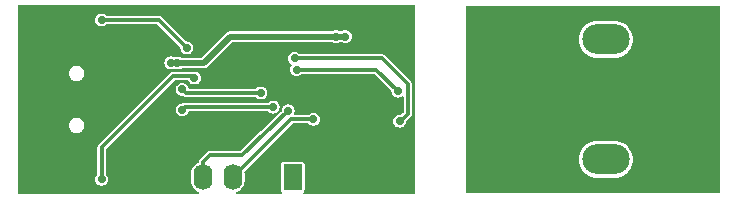
<source format=gbr>
G04 --- HEADER BEGIN --- *
G04 #@! TF.GenerationSoftware,LibrePCB,LibrePCB,0.2.0-unstable*
G04 #@! TF.CreationDate,2023-07-28T15:27:41*
G04 #@! TF.ProjectId,can2usb,565da67e-d1db-4e60-9fc1-0ba8a5c8bd0e,v1*
G04 #@! TF.Part,Single*
G04 #@! TF.SameCoordinates*
G04 #@! TF.FileFunction,Copper,L2,Bot*
G04 #@! TF.FilePolarity,Positive*
%FSLAX66Y66*%
%MOMM*%
G01*
G75*
G04 --- HEADER END --- *
G04 --- APERTURE LIST BEGIN --- *
G04 #@! TA.AperFunction,ComponentPad*
%ADD10O,1.587X2.19*%
%ADD11R,1.587X2.19*%
%ADD12O,4.0X2.54*%
G04 #@! TA.AperFunction,ViaPad*
%ADD13C,0.7*%
G04 #@! TA.AperFunction,Conductor*
%ADD14C,0.3*%
%ADD15C,0.5*%
%ADD16C,0.01*%
G04 #@! TD*
G04 --- APERTURE LIST END --- *
G04 --- BOARD BEGIN --- *
D10*
G04 #@! TO.N,GND*
G04 #@! TO.C,J3*
G04 #@! TO.P,J3,2,2*
X20955000Y1625500D03*
D11*
G04 #@! TO.N,3V3*
G04 #@! TO.P,J3,1,1*
X23495000Y1625500D03*
D10*
G04 #@! TO.N,SWDIO*
G04 #@! TO.P,J3,4,4*
X15875000Y1625500D03*
G04 #@! TO.N,SWCLK*
G04 #@! TO.P,J3,3,3*
X18415000Y1625500D03*
D12*
G04 #@! TO.N,CANL*
G04 #@! TO.C,J2*
G04 #@! TO.P,J2,1,1*
X50000000Y3140000D03*
G04 #@! TO.N,GND_BUS*
G04 #@! TO.P,J2,2,2*
X50000000Y8220000D03*
G04 #@! TO.N,CANH*
G04 #@! TO.P,J2,3,3*
X50000000Y13300000D03*
D13*
G04 #@! TD.C*
G04 #@! TD.P*
G04 #@! TO.N,GND*
X24009000Y9699000D03*
X18732500Y12261250D03*
X2063750Y6228750D03*
X22860000Y15594500D03*
X16986250Y14166250D03*
X32873500Y3990000D03*
X18732500Y9880000D03*
G04 #@! TO.N,GND_BUS*
X46274500Y9417500D03*
G04 #@! TO.N,SWDIO*
X23098000Y7260500D03*
D14*
X15875000Y2895000D02*
X16510500Y3530500D01*
X19209250Y3530500D02*
X23098000Y7260500D01*
X16510500Y3530500D02*
X19209250Y3530500D01*
X15875000Y1625500D02*
X15875000Y2895000D01*
D13*
G04 #@! TO.N,GND*
X8414000Y15753500D03*
G04 #@! TO.N,GND_BUS*
X53340000Y15595000D03*
G04 #@! TO.N,GND*
X32868750Y12908500D03*
G04 #@! TO.N,GND_BUS*
X46678000Y975500D03*
X43262500Y3840500D03*
X53340000Y672500D03*
G04 #@! TO.N,GND*
X33025500Y671000D03*
X22382750Y8531000D03*
G04 #@! TO.N,GND_BUS*
X38737000Y6856500D03*
G04 #@! TO.N,CAN_TX*
X32545500Y6383500D03*
X23653250Y11705250D03*
D14*
X32618500Y6383500D02*
X32545500Y6383500D01*
X33231000Y9514000D02*
X33231000Y6996000D01*
X31039750Y11705250D02*
X33231000Y9514000D01*
X33231000Y6996000D02*
X32618500Y6383500D01*
X23653250Y11705250D02*
X31039750Y11705250D01*
D13*
G04 #@! TO.N,GND*
X20670000Y12084000D03*
G04 #@! TO.N,GND_BUS*
X38889000Y15688500D03*
G04 #@! TO.N,LED_RX*
X7302500Y1466500D03*
X15160750Y10038750D03*
D14*
X15002250Y10197250D02*
X13334750Y10197250D01*
X13334750Y10197250D02*
X7302500Y4165000D01*
X15002250Y10197250D02*
X15160750Y10038750D01*
X7302500Y1466500D02*
X7302500Y4165000D01*
D13*
G04 #@! TO.N,GND*
X25872250Y832000D03*
G04 #@! TO.N,D-*
X14128750Y9085500D03*
X20796250Y8768750D03*
D14*
X20796250Y8768750D02*
X14445500Y8768750D01*
X14445500Y8768750D02*
X14128750Y9085500D01*
D13*
G04 #@! TO.N,LED_TX*
X7302500Y14959750D03*
X14526250Y12579250D03*
D14*
X12145750Y14959750D02*
X14526250Y12579250D01*
X7302500Y14959750D02*
X12145750Y14959750D01*
D13*
G04 #@! TO.N,GND_BUS*
X42310000Y15596000D03*
X38737000Y3839000D03*
G04 #@! TO.N,GND*
X13175000Y6228250D03*
G04 #@! TO.N,GND_BUS*
X44843500Y14163500D03*
G04 #@! TO.N,GND*
X18258500Y4322250D03*
G04 #@! TO.N,GND_BUS*
X43179000Y2406000D03*
G04 #@! TO.N,GND*
X21113750Y10276750D03*
X32863250Y15753500D03*
X29370250Y15597500D03*
X28416250Y7177750D03*
G04 #@! TO.N,GND_BUS*
X45173500Y9395000D03*
G04 #@! TO.N,GND*
X19843750Y6863250D03*
G04 #@! TO.N,GND_BUS*
X59055000Y990000D03*
G04 #@! TO.N,GND*
X24761750Y5418500D03*
G04 #@! TO.N,D+*
X14128750Y7339500D03*
X21827750Y7577500D03*
D14*
X14366750Y7577500D02*
X14128750Y7339500D01*
X21827750Y7577500D02*
X14366750Y7577500D01*
D13*
G04 #@! TO.N,GND_BUS*
X59055000Y15595000D03*
G04 #@! TO.N,GND*
X5080000Y13213750D03*
G04 #@! TO.N,SWCLK*
X25241250Y6546500D03*
D14*
X23336000Y6546500D02*
X18415000Y1625500D01*
X25241250Y6546500D02*
X23336000Y6546500D01*
D13*
G04 #@! TO.N,GND*
X7457250Y5593500D03*
X22542000Y11308250D03*
G04 #@! TO.N,5V*
X27147750Y13544500D03*
X13176000Y11309000D03*
X27941500Y13544500D03*
X13731250Y11309000D03*
D15*
X15945000Y11309000D02*
X18180500Y13544500D01*
X27147750Y13544500D02*
X27941500Y13544500D01*
X18180500Y13544500D02*
X27147750Y13544500D01*
X13731250Y11309000D02*
X13176000Y11309000D01*
X13731250Y11309000D02*
X15945000Y11309000D01*
D13*
G04 #@! TO.N,GND_BUS*
X47395500Y7020500D03*
G04 #@! TO.N,GND*
X2063750Y10038750D03*
X12064250Y2421750D03*
X5080000Y3212500D03*
G04 #@! TO.N,GND_BUS*
X38737000Y822000D03*
X38737000Y9874500D03*
G04 #@! TO.N,CAN_RX*
X32390250Y8925500D03*
X23812250Y10752750D03*
D14*
X32390250Y8925500D02*
X30563000Y10752750D01*
X23812250Y10752750D02*
X30563000Y10752750D01*
D16*
G04 #@! TA.AperFunction,Conductor*
G04 #@! TO.N,GND*
G36*
X200000Y299999D02*
X219500Y240672D01*
X299999Y200000D01*
X5127703Y200000D01*
X5127703Y5374739D01*
X5115774Y5376188D01*
X4975385Y5410790D01*
X4964149Y5415051D01*
X4836113Y5482249D01*
X4826230Y5489072D01*
X4717994Y5584960D01*
X4710034Y5593945D01*
X4627888Y5712955D01*
X4622310Y5723583D01*
X4571031Y5858793D01*
X4568159Y5870446D01*
X4550729Y6013996D01*
X4550729Y6026004D01*
X4568159Y6169554D01*
X4571031Y6181207D01*
X4622310Y6316417D01*
X4627888Y6327045D01*
X4710034Y6446055D01*
X4717994Y6455040D01*
X4826230Y6550928D01*
X4836113Y6557751D01*
X4964149Y6624949D01*
X4975385Y6629210D01*
X5115774Y6663812D01*
X5127703Y6665261D01*
X5127703Y9774739D01*
X5115774Y9776188D01*
X4975385Y9810790D01*
X4964149Y9815051D01*
X4836113Y9882249D01*
X4826230Y9889072D01*
X4717994Y9984960D01*
X4710034Y9993945D01*
X4627888Y10112955D01*
X4622310Y10123583D01*
X4571031Y10258793D01*
X4568159Y10270446D01*
X4550729Y10413996D01*
X4550729Y10426004D01*
X4568159Y10569554D01*
X4571031Y10581207D01*
X4622310Y10716417D01*
X4627888Y10727045D01*
X4710034Y10846055D01*
X4717994Y10855040D01*
X4826230Y10950928D01*
X4836113Y10957751D01*
X4964149Y11024949D01*
X4975385Y11029210D01*
X5115774Y11063812D01*
X5127703Y11065261D01*
X5272297Y11065261D01*
X5284226Y11063812D01*
X5424615Y11029210D01*
X5435851Y11024949D01*
X5563887Y10957751D01*
X5573770Y10950928D01*
X5682006Y10855040D01*
X5689966Y10846055D01*
X5772112Y10727045D01*
X5777690Y10716417D01*
X5828969Y10581207D01*
X5831841Y10569554D01*
X5849271Y10426004D01*
X5849271Y10413996D01*
X5831841Y10270446D01*
X5828969Y10258793D01*
X5777690Y10123583D01*
X5772112Y10112955D01*
X5689966Y9993945D01*
X5682006Y9984960D01*
X5573770Y9889072D01*
X5563887Y9882249D01*
X5435851Y9815051D01*
X5424615Y9810790D01*
X5284226Y9776188D01*
X5272297Y9774739D01*
X5127703Y9774739D01*
X5127703Y6665261D01*
X5272297Y6665261D01*
X5284226Y6663812D01*
X5424615Y6629210D01*
X5435851Y6624949D01*
X5563887Y6557751D01*
X5573770Y6550928D01*
X5682006Y6455040D01*
X5689966Y6446055D01*
X5772112Y6327045D01*
X5777690Y6316417D01*
X5828969Y6181207D01*
X5831841Y6169554D01*
X5849271Y6026004D01*
X5849271Y6013996D01*
X5831841Y5870446D01*
X5828969Y5858793D01*
X5777690Y5723583D01*
X5772112Y5712955D01*
X5689966Y5593945D01*
X5682006Y5584960D01*
X5573770Y5489072D01*
X5563887Y5482249D01*
X5435851Y5415051D01*
X5424615Y5410790D01*
X5284226Y5376188D01*
X5272297Y5374739D01*
X5127703Y5374739D01*
X5127703Y200000D01*
X7295998Y200000D01*
X7295998Y917356D01*
X7166650Y934385D01*
X7154094Y937749D01*
X7033555Y987678D01*
X7022300Y994176D01*
X6918791Y1073601D01*
X6909601Y1082791D01*
X6830176Y1186300D01*
X6823678Y1197555D01*
X6773749Y1318094D01*
X6770385Y1330650D01*
X6753356Y1459998D01*
X6753356Y1473002D01*
X6770385Y1602350D01*
X6773749Y1614906D01*
X6823678Y1735445D01*
X6830176Y1746700D01*
X6909601Y1850209D01*
X6923211Y1863819D01*
X6952500Y1934529D01*
X6952500Y4161069D01*
X6953115Y4168882D01*
X6955580Y4184447D01*
X6956811Y4200090D01*
X6956811Y4211882D01*
X6959243Y4227239D01*
X6962887Y4238454D01*
X6966550Y4253710D01*
X6968399Y4265383D01*
X6973203Y4280169D01*
X6978569Y4290700D01*
X6984574Y4305197D01*
X6988219Y4316416D01*
X6995272Y4330258D01*
X7002208Y4339805D01*
X7010406Y4353184D01*
X7015771Y4363713D01*
X7024908Y4376289D01*
X7033257Y4384638D01*
X7043449Y4396571D01*
X7052706Y4409313D01*
X7057790Y4415265D01*
X13084485Y10441960D01*
X13090438Y10447045D01*
X13103180Y10456302D01*
X13115112Y10466493D01*
X13123458Y10474839D01*
X13136036Y10483977D01*
X13146557Y10489338D01*
X13159936Y10497537D01*
X13169488Y10504477D01*
X13169498Y10504482D01*
X13169498Y10759856D01*
X13040150Y10776885D01*
X13027594Y10780249D01*
X12907055Y10830178D01*
X12895800Y10836676D01*
X12792291Y10916101D01*
X12783101Y10925291D01*
X12703676Y11028800D01*
X12697178Y11040055D01*
X12647249Y11160594D01*
X12643885Y11173150D01*
X12626856Y11302498D01*
X12626856Y11315502D01*
X12643885Y11444850D01*
X12647249Y11457406D01*
X12697178Y11577945D01*
X12703676Y11589200D01*
X12783101Y11692709D01*
X12792291Y11701899D01*
X12895800Y11781324D01*
X12907055Y11787822D01*
X13027594Y11837751D01*
X13040150Y11841115D01*
X13169498Y11858144D01*
X13182502Y11858144D01*
X13311850Y11841115D01*
X13324409Y11837750D01*
X13415358Y11800078D01*
X13491892Y11800078D01*
X13582841Y11837750D01*
X13595400Y11841115D01*
X13724748Y11858144D01*
X13737752Y11858144D01*
X13867100Y11841115D01*
X13879656Y11837751D01*
X14000197Y11787821D01*
X14011448Y11781325D01*
X14013613Y11779664D01*
X14015342Y11779077D01*
X14017126Y11778047D01*
X14017331Y11778402D01*
X14074488Y11759000D01*
X14519748Y11759000D01*
X14519748Y12030106D01*
X14390400Y12047135D01*
X14377844Y12050499D01*
X14257305Y12100428D01*
X14246050Y12106926D01*
X14142541Y12186351D01*
X14133351Y12195541D01*
X14053926Y12299050D01*
X14047428Y12310305D01*
X13997499Y12430844D01*
X13994135Y12443400D01*
X13977106Y12572750D01*
X13977105Y12592003D01*
X13947816Y12662709D01*
X12030064Y14580461D01*
X11959354Y14609750D01*
X7770529Y14609750D01*
X7699819Y14580461D01*
X7686209Y14566851D01*
X7582700Y14487426D01*
X7571445Y14480928D01*
X7450906Y14430999D01*
X7438350Y14427635D01*
X7309002Y14410606D01*
X7295998Y14410606D01*
X7166650Y14427635D01*
X7154094Y14430999D01*
X7033555Y14480928D01*
X7022300Y14487426D01*
X6918791Y14566851D01*
X6909601Y14576041D01*
X6830176Y14679550D01*
X6823678Y14690805D01*
X6773749Y14811344D01*
X6770385Y14823900D01*
X6753356Y14953248D01*
X6753356Y14966252D01*
X6770385Y15095600D01*
X6773749Y15108156D01*
X6823678Y15228695D01*
X6830176Y15239950D01*
X6909601Y15343459D01*
X6918791Y15352649D01*
X7022300Y15432074D01*
X7033555Y15438572D01*
X7154094Y15488501D01*
X7166650Y15491865D01*
X7295998Y15508894D01*
X7309002Y15508894D01*
X7438350Y15491865D01*
X7450906Y15488501D01*
X7571445Y15438572D01*
X7582700Y15432074D01*
X7686209Y15352649D01*
X7699819Y15339039D01*
X7770529Y15309750D01*
X12141819Y15309750D01*
X12149632Y15309135D01*
X12165178Y15306673D01*
X12180821Y15305442D01*
X12192634Y15305442D01*
X12207987Y15303011D01*
X12219221Y15299360D01*
X12234484Y15295696D01*
X12246132Y15293851D01*
X12260913Y15289049D01*
X12271425Y15283692D01*
X12285927Y15277686D01*
X12297162Y15274036D01*
X12311014Y15266978D01*
X12320574Y15260032D01*
X12333953Y15251833D01*
X12344464Y15246478D01*
X12357042Y15237339D01*
X12365388Y15228993D01*
X12377319Y15218803D01*
X12390059Y15209547D01*
X12396016Y15204459D01*
X14442791Y13157684D01*
X14513497Y13128395D01*
X14532750Y13128394D01*
X14662100Y13111365D01*
X14674656Y13108001D01*
X14795195Y13058072D01*
X14806450Y13051574D01*
X14909959Y12972149D01*
X14919149Y12962959D01*
X14998574Y12859450D01*
X15005072Y12848195D01*
X15055001Y12727656D01*
X15058365Y12715100D01*
X15075394Y12585752D01*
X15075394Y12572748D01*
X15058365Y12443400D01*
X15055001Y12430844D01*
X15005072Y12310305D01*
X14998574Y12299050D01*
X14919149Y12195541D01*
X14909959Y12186351D01*
X14806450Y12106926D01*
X14795195Y12100428D01*
X14674656Y12050499D01*
X14662100Y12047135D01*
X14532752Y12030106D01*
X14519748Y12030106D01*
X14519748Y11759000D01*
X15717183Y11759000D01*
X15787893Y11788289D01*
X17859772Y13860168D01*
X17865167Y13864843D01*
X17897981Y13889406D01*
X17903542Y13893887D01*
X17931806Y13918379D01*
X17948134Y13928872D01*
X17954494Y13932647D01*
X17971540Y13941955D01*
X18006592Y13955029D01*
X18013186Y13957760D01*
X18047216Y13973301D01*
X18065845Y13978770D01*
X18072991Y13980594D01*
X18091986Y13984727D01*
X18129286Y13987394D01*
X18136385Y13988157D01*
X18176966Y13993992D01*
X18184070Y13994500D01*
X26804512Y13994500D01*
X26861669Y14013902D01*
X26861874Y14013547D01*
X26863658Y14014577D01*
X26865387Y14015164D01*
X26867552Y14016825D01*
X26878803Y14023321D01*
X26999344Y14073251D01*
X27011900Y14076615D01*
X27141248Y14093644D01*
X27154252Y14093644D01*
X27283600Y14076615D01*
X27296156Y14073251D01*
X27416697Y14023321D01*
X27427948Y14016825D01*
X27430113Y14015164D01*
X27431842Y14014577D01*
X27433626Y14013547D01*
X27433831Y14013902D01*
X27490988Y13994500D01*
X27598262Y13994500D01*
X27655419Y14013902D01*
X27655624Y14013547D01*
X27657408Y14014577D01*
X27659137Y14015164D01*
X27661302Y14016825D01*
X27672553Y14023321D01*
X27793094Y14073251D01*
X27805650Y14076615D01*
X27934998Y14093644D01*
X27948002Y14093644D01*
X28077350Y14076615D01*
X28089906Y14073251D01*
X28210445Y14023322D01*
X28221700Y14016824D01*
X28325209Y13937399D01*
X28334399Y13928209D01*
X28413824Y13824700D01*
X28420322Y13813445D01*
X28470251Y13692906D01*
X28473615Y13680350D01*
X28490644Y13551002D01*
X28490644Y13537998D01*
X28473615Y13408650D01*
X28470251Y13396094D01*
X28420322Y13275555D01*
X28413824Y13264300D01*
X28334399Y13160791D01*
X28325209Y13151601D01*
X28221700Y13072176D01*
X28210445Y13065678D01*
X28089906Y13015749D01*
X28077350Y13012385D01*
X27948002Y12995356D01*
X27934998Y12995356D01*
X27805650Y13012385D01*
X27793094Y13015749D01*
X27672553Y13065679D01*
X27661302Y13072175D01*
X27659137Y13073836D01*
X27657408Y13074423D01*
X27655624Y13075453D01*
X27655419Y13075098D01*
X27598262Y13094500D01*
X27490988Y13094500D01*
X27433831Y13075098D01*
X27433626Y13075453D01*
X27431842Y13074423D01*
X27430113Y13073836D01*
X27427948Y13072175D01*
X27416697Y13065679D01*
X27296156Y13015749D01*
X27283600Y13012385D01*
X27154252Y12995356D01*
X27141248Y12995356D01*
X27011900Y13012385D01*
X26999344Y13015749D01*
X26878803Y13065679D01*
X26867552Y13072175D01*
X26865387Y13073836D01*
X26863658Y13074423D01*
X26861874Y13075453D01*
X26861669Y13075098D01*
X26804512Y13094500D01*
X18408317Y13094500D01*
X18337607Y13065211D01*
X16265728Y10993332D01*
X16260333Y10988657D01*
X16227519Y10964094D01*
X16221958Y10959613D01*
X16193694Y10935121D01*
X16177366Y10924628D01*
X16171006Y10920853D01*
X16153960Y10911545D01*
X16118908Y10898471D01*
X16112314Y10895740D01*
X16078284Y10880199D01*
X16059655Y10874730D01*
X16052509Y10872906D01*
X16033514Y10868773D01*
X15996214Y10866106D01*
X15989115Y10865343D01*
X15948534Y10859508D01*
X15941430Y10859000D01*
X14074488Y10859000D01*
X14017331Y10839598D01*
X14017126Y10839953D01*
X14015342Y10838923D01*
X14013613Y10838336D01*
X14011448Y10836675D01*
X14000197Y10830179D01*
X13879656Y10780249D01*
X13867100Y10776885D01*
X13737752Y10759856D01*
X13724748Y10759856D01*
X13595400Y10776885D01*
X13582841Y10780250D01*
X13491892Y10817922D01*
X13415358Y10817922D01*
X13324409Y10780250D01*
X13311850Y10776885D01*
X13182502Y10759856D01*
X13169498Y10759856D01*
X13169498Y10504482D01*
X13183334Y10511532D01*
X13194564Y10515181D01*
X13209061Y10521186D01*
X13219584Y10526548D01*
X13234369Y10531352D01*
X13246022Y10533197D01*
X13261284Y10536861D01*
X13272511Y10540509D01*
X13287866Y10542941D01*
X13299673Y10542941D01*
X13315316Y10544172D01*
X13330868Y10546635D01*
X13338681Y10547250D01*
X14943564Y10547250D01*
X14981831Y10554862D01*
X15012341Y10567499D01*
X15024902Y10570865D01*
X15154248Y10587894D01*
X15167252Y10587894D01*
X15296600Y10570865D01*
X15309156Y10567501D01*
X15429695Y10517572D01*
X15440950Y10511074D01*
X15544459Y10431649D01*
X15553649Y10422459D01*
X15633074Y10318950D01*
X15639572Y10307695D01*
X15689501Y10187156D01*
X15692865Y10174600D01*
X15709894Y10045252D01*
X15709894Y10032248D01*
X15692865Y9902900D01*
X15689501Y9890344D01*
X15639572Y9769805D01*
X15633074Y9758550D01*
X15553649Y9655041D01*
X15544459Y9645851D01*
X15440950Y9566426D01*
X15429695Y9559928D01*
X15309156Y9509999D01*
X15296600Y9506635D01*
X15167252Y9489606D01*
X15154248Y9489606D01*
X15024900Y9506635D01*
X15012344Y9509999D01*
X14891805Y9559928D01*
X14880550Y9566426D01*
X14777041Y9645851D01*
X14767851Y9655041D01*
X14688426Y9758550D01*
X14681928Y9769805D01*
X14675419Y9785519D01*
X14634700Y9832868D01*
X14583032Y9847250D01*
X13521146Y9847250D01*
X13450436Y9817961D01*
X7681789Y4049314D01*
X7652500Y3978604D01*
X7652500Y1934529D01*
X7681789Y1863819D01*
X7695399Y1850209D01*
X7774824Y1746700D01*
X7781322Y1735445D01*
X7831251Y1614906D01*
X7834615Y1602350D01*
X7851644Y1473002D01*
X7851644Y1459998D01*
X7834615Y1330650D01*
X7831251Y1318094D01*
X7781322Y1197555D01*
X7774824Y1186300D01*
X7695399Y1082791D01*
X7686209Y1073601D01*
X7582700Y994176D01*
X7571445Y987678D01*
X7450906Y937749D01*
X7438350Y934385D01*
X7309002Y917356D01*
X7295998Y917356D01*
X7295998Y200000D01*
X14122248Y200000D01*
X14122248Y6790356D01*
X13992900Y6807385D01*
X13980344Y6810749D01*
X13859805Y6860678D01*
X13848550Y6867176D01*
X13745041Y6946601D01*
X13735851Y6955791D01*
X13656426Y7059300D01*
X13649928Y7070555D01*
X13599999Y7191094D01*
X13596635Y7203650D01*
X13579606Y7332998D01*
X13579606Y7346002D01*
X13596635Y7475350D01*
X13599999Y7487906D01*
X13649928Y7608445D01*
X13656426Y7619700D01*
X13735851Y7723209D01*
X13745041Y7732399D01*
X13848550Y7811824D01*
X13859805Y7818322D01*
X13980344Y7868251D01*
X13992900Y7871615D01*
X14122250Y7888644D01*
X14135246Y7888645D01*
X14163213Y7884963D01*
X14206842Y7892460D01*
X14207852Y7889351D01*
X14226564Y7895431D01*
X14241061Y7901436D01*
X14251584Y7906798D01*
X14266369Y7911602D01*
X14278022Y7913447D01*
X14293284Y7917111D01*
X14304511Y7920759D01*
X14319866Y7923191D01*
X14331673Y7923191D01*
X14347316Y7924422D01*
X14362868Y7926885D01*
X14370681Y7927500D01*
X20789748Y7927500D01*
X20789748Y8219606D01*
X20660400Y8236635D01*
X20647844Y8239999D01*
X20527305Y8289928D01*
X20516050Y8296426D01*
X20412541Y8375851D01*
X20398931Y8389461D01*
X20328221Y8418750D01*
X14449431Y8418750D01*
X14441618Y8419365D01*
X14426059Y8421829D01*
X14410416Y8423060D01*
X14398618Y8423060D01*
X14383261Y8425492D01*
X14372040Y8429138D01*
X14356784Y8432801D01*
X14345115Y8434649D01*
X14330331Y8439453D01*
X14319805Y8444816D01*
X14305309Y8450821D01*
X14294084Y8454468D01*
X14280237Y8461523D01*
X14270689Y8468460D01*
X14257313Y8476657D01*
X14246788Y8482020D01*
X14234211Y8491158D01*
X14225859Y8499510D01*
X14213926Y8509701D01*
X14203073Y8517586D01*
X14141804Y8533148D01*
X14141804Y8536356D01*
X14122248Y8536356D01*
X13992900Y8553385D01*
X13980344Y8556749D01*
X13859805Y8606678D01*
X13848550Y8613176D01*
X13745041Y8692601D01*
X13735851Y8701791D01*
X13656426Y8805300D01*
X13649928Y8816555D01*
X13599999Y8937094D01*
X13596635Y8949650D01*
X13579606Y9078998D01*
X13579606Y9092002D01*
X13596635Y9221350D01*
X13599999Y9233906D01*
X13649928Y9354445D01*
X13656426Y9365700D01*
X13735851Y9469209D01*
X13745041Y9478399D01*
X13848550Y9557824D01*
X13859805Y9564322D01*
X13980344Y9614251D01*
X13992900Y9617615D01*
X14122248Y9634644D01*
X14135252Y9634644D01*
X14264600Y9617615D01*
X14277156Y9614251D01*
X14397695Y9564322D01*
X14408950Y9557824D01*
X14512459Y9478399D01*
X14521649Y9469209D01*
X14601074Y9365700D01*
X14607572Y9354445D01*
X14657502Y9233903D01*
X14660864Y9221355D01*
X14662925Y9205699D01*
X14690001Y9149424D01*
X14762069Y9118750D01*
X20328221Y9118750D01*
X20398931Y9148039D01*
X20412541Y9161649D01*
X20516050Y9241074D01*
X20527305Y9247572D01*
X20647844Y9297501D01*
X20660400Y9300865D01*
X20789748Y9317894D01*
X20802752Y9317894D01*
X20932100Y9300865D01*
X20944656Y9297501D01*
X21065195Y9247572D01*
X21076450Y9241074D01*
X21179959Y9161649D01*
X21189149Y9152459D01*
X21268574Y9048950D01*
X21275072Y9037695D01*
X21325001Y8917156D01*
X21328365Y8904600D01*
X21345394Y8775252D01*
X21345394Y8762248D01*
X21328365Y8632900D01*
X21325001Y8620344D01*
X21275072Y8499805D01*
X21268574Y8488550D01*
X21189149Y8385041D01*
X21179959Y8375851D01*
X21076450Y8296426D01*
X21065195Y8289928D01*
X20944656Y8239999D01*
X20932100Y8236635D01*
X20802752Y8219606D01*
X20789748Y8219606D01*
X20789748Y7927500D01*
X21359721Y7927500D01*
X21430431Y7956789D01*
X21444041Y7970399D01*
X21547550Y8049824D01*
X21558805Y8056322D01*
X21679344Y8106251D01*
X21691900Y8109615D01*
X21821248Y8126644D01*
X21834252Y8126644D01*
X21963600Y8109615D01*
X21976156Y8106251D01*
X22096695Y8056322D01*
X22107950Y8049824D01*
X22211459Y7970399D01*
X22220649Y7961209D01*
X22300074Y7857700D01*
X22306572Y7846445D01*
X22356501Y7725906D01*
X22359865Y7713350D01*
X22376894Y7584002D01*
X22376894Y7570998D01*
X22359865Y7441650D01*
X22356501Y7429094D01*
X22306572Y7308555D01*
X22300074Y7297300D01*
X22220649Y7193791D01*
X22211459Y7184601D01*
X22107950Y7105176D01*
X22096695Y7098678D01*
X21976156Y7048749D01*
X21963600Y7045385D01*
X21834252Y7028356D01*
X21821248Y7028356D01*
X21691900Y7045385D01*
X21679344Y7048749D01*
X21558805Y7098678D01*
X21547550Y7105176D01*
X21444041Y7184601D01*
X21430431Y7198211D01*
X21359721Y7227500D01*
X14739398Y7227500D01*
X14680071Y7208000D01*
X14647011Y7165769D01*
X14607572Y7070555D01*
X14601074Y7059300D01*
X14521649Y6955791D01*
X14512459Y6946601D01*
X14408950Y6867176D01*
X14397695Y6860678D01*
X14277156Y6810749D01*
X14264600Y6807385D01*
X14135252Y6790356D01*
X14122248Y6790356D01*
X14122248Y200000D01*
X15500172Y200000D01*
X15559499Y219500D01*
X15595688Y270395D01*
X15594626Y332836D01*
X15529200Y395692D01*
X15499511Y404698D01*
X15490466Y408445D01*
X15327376Y495618D01*
X15319240Y501055D01*
X15176292Y618368D01*
X15169368Y625292D01*
X15052055Y768240D01*
X15046618Y776376D01*
X14959445Y939466D01*
X14955698Y948510D01*
X14902017Y1125474D01*
X14900108Y1135071D01*
X14881741Y1321557D01*
X14881500Y1326450D01*
X14881500Y1924550D01*
X14881741Y1929443D01*
X14900108Y2115929D01*
X14902017Y2125526D01*
X14955698Y2302490D01*
X14959445Y2311534D01*
X15046618Y2474624D01*
X15052055Y2482760D01*
X15169368Y2625708D01*
X15176292Y2632632D01*
X15319240Y2749945D01*
X15327376Y2755382D01*
X15475268Y2834432D01*
X15526896Y2906976D01*
X15528078Y2914437D01*
X15529310Y2930084D01*
X15529310Y2941883D01*
X15531742Y2957237D01*
X15535388Y2968460D01*
X15539049Y2983712D01*
X15540898Y2995384D01*
X15545701Y3010165D01*
X15551064Y3020690D01*
X15557070Y3035190D01*
X15560716Y3046413D01*
X15567774Y3060264D01*
X15574712Y3069813D01*
X15582913Y3083195D01*
X15588274Y3093718D01*
X15597407Y3106288D01*
X15605757Y3114638D01*
X15615948Y3126570D01*
X15625205Y3139312D01*
X15630290Y3145265D01*
X16260235Y3775210D01*
X16266188Y3780295D01*
X16278930Y3789552D01*
X16290862Y3799743D01*
X16299208Y3808089D01*
X16311786Y3817227D01*
X16322307Y3822588D01*
X16335686Y3830787D01*
X16345238Y3837727D01*
X16359084Y3844782D01*
X16370314Y3848431D01*
X16384811Y3854436D01*
X16395334Y3859798D01*
X16410119Y3864602D01*
X16421772Y3866447D01*
X16437034Y3870111D01*
X16448261Y3873759D01*
X16463616Y3876191D01*
X16475423Y3876191D01*
X16491066Y3877422D01*
X16506618Y3879885D01*
X16514431Y3880500D01*
X19028322Y3880500D01*
X19097544Y3908331D01*
X22518079Y7189229D01*
X22548856Y7261397D01*
X22548856Y7267002D01*
X22565885Y7396350D01*
X22569249Y7408906D01*
X22619178Y7529445D01*
X22625676Y7540700D01*
X22705101Y7644209D01*
X22714291Y7653399D01*
X22817800Y7732824D01*
X22829055Y7739322D01*
X22949594Y7789251D01*
X22962150Y7792615D01*
X23091498Y7809644D01*
X23104502Y7809644D01*
X23233850Y7792615D01*
X23246406Y7789251D01*
X23366945Y7739322D01*
X23378200Y7732824D01*
X23481709Y7653399D01*
X23490899Y7644209D01*
X23570324Y7540700D01*
X23576822Y7529445D01*
X23626751Y7408906D01*
X23630115Y7396350D01*
X23647144Y7267002D01*
X23647144Y7253998D01*
X23630115Y7124650D01*
X23626751Y7112094D01*
X23594721Y7034767D01*
X23590033Y6972493D01*
X23623205Y6919582D01*
X23687108Y6896500D01*
X24773221Y6896500D01*
X24843931Y6925789D01*
X24857541Y6939399D01*
X24961050Y7018824D01*
X24972305Y7025322D01*
X25092844Y7075251D01*
X25105400Y7078615D01*
X25234748Y7095644D01*
X25247752Y7095644D01*
X25377100Y7078615D01*
X25389656Y7075251D01*
X25510195Y7025322D01*
X25521450Y7018824D01*
X25624959Y6939399D01*
X25634149Y6930209D01*
X25713574Y6826700D01*
X25720072Y6815445D01*
X25770001Y6694906D01*
X25773365Y6682350D01*
X25790394Y6553002D01*
X25790394Y6539998D01*
X25773365Y6410650D01*
X25770001Y6398094D01*
X25720072Y6277555D01*
X25713574Y6266300D01*
X25634149Y6162791D01*
X25624959Y6153601D01*
X25521450Y6074176D01*
X25510195Y6067678D01*
X25389656Y6017749D01*
X25377100Y6014385D01*
X25247752Y5997356D01*
X25234748Y5997356D01*
X25105400Y6014385D01*
X25092844Y6017749D01*
X24972305Y6067678D01*
X24961050Y6074176D01*
X24857541Y6153601D01*
X24843931Y6167211D01*
X24773221Y6196500D01*
X23522396Y6196500D01*
X23451686Y6167211D01*
X19424277Y2139802D01*
X19395470Y2059290D01*
X19408259Y1929443D01*
X19408500Y1924550D01*
X19408500Y1326450D01*
X19408259Y1321557D01*
X19389892Y1135071D01*
X19387983Y1125474D01*
X19334302Y948510D01*
X19330555Y939466D01*
X19243382Y776376D01*
X19237945Y768240D01*
X19120632Y625292D01*
X19113708Y618368D01*
X18970760Y501055D01*
X18962624Y495618D01*
X18799534Y408445D01*
X18790489Y404698D01*
X18760800Y395692D01*
X18709688Y359810D01*
X18689831Y300601D01*
X18708973Y241158D01*
X18789828Y200000D01*
X22513403Y200000D01*
X22572730Y219500D01*
X22608919Y270395D01*
X22607857Y332836D01*
X22574530Y375941D01*
X22575232Y376643D01*
X22569743Y382132D01*
X22568959Y383146D01*
X22568266Y383609D01*
X22554608Y397267D01*
X22522196Y445773D01*
X22514803Y463623D01*
X22502458Y525683D01*
X22501500Y535414D01*
X22501500Y2715586D01*
X22502458Y2725317D01*
X22514803Y2787377D01*
X22522196Y2805227D01*
X22554608Y2853733D01*
X22568267Y2867392D01*
X22616773Y2899804D01*
X22634623Y2907197D01*
X22696683Y2919542D01*
X22706414Y2920500D01*
X24283586Y2920500D01*
X24293317Y2919542D01*
X24355377Y2907197D01*
X24373227Y2899804D01*
X24421733Y2867392D01*
X24435392Y2853733D01*
X24467804Y2805227D01*
X24475197Y2787377D01*
X24487542Y2725317D01*
X24488500Y2715586D01*
X24488500Y535414D01*
X24487542Y525683D01*
X24475197Y463623D01*
X24467804Y445773D01*
X24435392Y397267D01*
X24421734Y383609D01*
X24421041Y383146D01*
X24420212Y382087D01*
X24414768Y376643D01*
X24415431Y375980D01*
X24382546Y333972D01*
X24380731Y271548D01*
X24416304Y220221D01*
X24476597Y200000D01*
X32538998Y200000D01*
X32538998Y5834356D01*
X32409650Y5851385D01*
X32397094Y5854749D01*
X32276555Y5904678D01*
X32265300Y5911176D01*
X32161791Y5990601D01*
X32152601Y5999791D01*
X32073176Y6103300D01*
X32066678Y6114555D01*
X32016749Y6235094D01*
X32013385Y6247650D01*
X31996356Y6376998D01*
X31996356Y6390002D01*
X32013385Y6519350D01*
X32016749Y6531906D01*
X32066678Y6652445D01*
X32073176Y6663700D01*
X32152601Y6767209D01*
X32161791Y6776399D01*
X32265300Y6855824D01*
X32276555Y6862322D01*
X32397094Y6912251D01*
X32409650Y6915615D01*
X32538998Y6932644D01*
X32551995Y6932644D01*
X32609739Y6925042D01*
X32693501Y6953476D01*
X32851711Y7111686D01*
X32881000Y7182396D01*
X32881000Y8411959D01*
X32861500Y8471286D01*
X32810605Y8507475D01*
X32748164Y8506413D01*
X32720125Y8491293D01*
X32670451Y8453176D01*
X32659195Y8446678D01*
X32538656Y8396749D01*
X32526100Y8393385D01*
X32396752Y8376356D01*
X32383748Y8376356D01*
X32254400Y8393385D01*
X32241844Y8396749D01*
X32121305Y8446678D01*
X32110050Y8453176D01*
X32006541Y8532601D01*
X31997351Y8541791D01*
X31917926Y8645300D01*
X31911428Y8656555D01*
X31861499Y8777094D01*
X31858135Y8789650D01*
X31841106Y8919000D01*
X31841105Y8938253D01*
X31811816Y9008959D01*
X30447314Y10373461D01*
X30376604Y10402750D01*
X24280279Y10402750D01*
X24209569Y10373461D01*
X24195959Y10359851D01*
X24092450Y10280426D01*
X24081195Y10273928D01*
X23960656Y10223999D01*
X23948100Y10220635D01*
X23818752Y10203606D01*
X23805748Y10203606D01*
X23676400Y10220635D01*
X23663844Y10223999D01*
X23543305Y10273928D01*
X23532050Y10280426D01*
X23428541Y10359851D01*
X23419351Y10369041D01*
X23339926Y10472550D01*
X23333428Y10483805D01*
X23283499Y10604344D01*
X23280135Y10616900D01*
X23263106Y10746248D01*
X23263106Y10759252D01*
X23280135Y10888600D01*
X23283499Y10901156D01*
X23333428Y11021695D01*
X23339926Y11032950D01*
X23387907Y11095481D01*
X23408552Y11154419D01*
X23369447Y11235691D01*
X23269541Y11312351D01*
X23260351Y11321541D01*
X23180926Y11425050D01*
X23174428Y11436305D01*
X23124499Y11556844D01*
X23121135Y11569400D01*
X23104106Y11698748D01*
X23104106Y11711752D01*
X23121135Y11841100D01*
X23124499Y11853656D01*
X23174428Y11974195D01*
X23180926Y11985450D01*
X23260351Y12088959D01*
X23269541Y12098149D01*
X23373050Y12177574D01*
X23384305Y12184072D01*
X23504844Y12234001D01*
X23517400Y12237365D01*
X23646748Y12254394D01*
X23659752Y12254394D01*
X23789100Y12237365D01*
X23801656Y12234001D01*
X23922195Y12184072D01*
X23933450Y12177574D01*
X24036959Y12098149D01*
X24050569Y12084539D01*
X24121279Y12055250D01*
X31035819Y12055250D01*
X31043632Y12054635D01*
X31059184Y12052172D01*
X31074827Y12050941D01*
X31086632Y12050941D01*
X31101987Y12048509D01*
X31113214Y12044861D01*
X31128477Y12041197D01*
X31140132Y12039351D01*
X31154915Y12034548D01*
X31165433Y12029189D01*
X31179932Y12023184D01*
X31191157Y12019537D01*
X31205015Y12012476D01*
X31214565Y12005537D01*
X31227944Y11997338D01*
X31238467Y11991976D01*
X31251038Y11982843D01*
X31259388Y11974493D01*
X31271320Y11964302D01*
X31284062Y11955045D01*
X31290015Y11949960D01*
X33475710Y9764265D01*
X33480795Y9758312D01*
X33490052Y9745570D01*
X33500243Y9733638D01*
X33508589Y9725292D01*
X33517727Y9712714D01*
X33523088Y9702193D01*
X33531287Y9688814D01*
X33538227Y9679262D01*
X33545282Y9665415D01*
X33548930Y9654187D01*
X33554937Y9639685D01*
X33560298Y9629163D01*
X33565101Y9614384D01*
X33566949Y9602715D01*
X33570612Y9587456D01*
X33574259Y9576233D01*
X33576690Y9560881D01*
X33576690Y9549084D01*
X33577921Y9533441D01*
X33580385Y9517882D01*
X33581000Y9510069D01*
X33581000Y6999931D01*
X33580385Y6992118D01*
X33577920Y6976553D01*
X33576689Y6960910D01*
X33576689Y6949118D01*
X33574257Y6933761D01*
X33570613Y6922546D01*
X33566950Y6907290D01*
X33565101Y6895617D01*
X33560297Y6880831D01*
X33554931Y6870300D01*
X33548926Y6855803D01*
X33545281Y6844584D01*
X33538228Y6830742D01*
X33531292Y6821195D01*
X33523094Y6807816D01*
X33517729Y6797287D01*
X33508592Y6784711D01*
X33500243Y6776362D01*
X33490051Y6764429D01*
X33480794Y6751687D01*
X33475710Y6745735D01*
X33116777Y6386802D01*
X33088344Y6329145D01*
X33077615Y6247650D01*
X33074251Y6235094D01*
X33024322Y6114555D01*
X33017824Y6103300D01*
X32938399Y5999791D01*
X32929209Y5990601D01*
X32825700Y5911176D01*
X32814445Y5904678D01*
X32693906Y5854749D01*
X32681350Y5851385D01*
X32552002Y5834356D01*
X32538998Y5834356D01*
X32538998Y200000D01*
X33767001Y200000D01*
X33826328Y219500D01*
X33867000Y299999D01*
X33867000Y16140001D01*
X33847500Y16199328D01*
X33767001Y16240000D01*
X299999Y16240000D01*
X240672Y16220500D01*
X200000Y16140001D01*
X200000Y299999D01*
G37*
G04 #@! TO.N,GND_BUS*
G36*
X38160000Y399999D02*
X38179500Y340672D01*
X38259999Y300000D01*
X49271962Y300000D01*
X49271962Y1570000D01*
X49268048Y1570154D01*
X49028307Y1589021D01*
X49020583Y1590245D01*
X48788667Y1645923D01*
X48781211Y1648346D01*
X48560865Y1739616D01*
X48553883Y1743174D01*
X48350527Y1867790D01*
X48344191Y1872393D01*
X48162830Y2027290D01*
X48157290Y2032830D01*
X48002393Y2214191D01*
X47997790Y2220527D01*
X47873174Y2423883D01*
X47869616Y2430865D01*
X47778346Y2651211D01*
X47775923Y2658667D01*
X47720245Y2890583D01*
X47719021Y2898307D01*
X47700308Y3136086D01*
X47700308Y3143914D01*
X47719021Y3381693D01*
X47720245Y3389417D01*
X47775923Y3621333D01*
X47778346Y3628789D01*
X47869616Y3849135D01*
X47873174Y3856117D01*
X47997790Y4059473D01*
X48002393Y4065809D01*
X48157290Y4247170D01*
X48162830Y4252710D01*
X48344191Y4407607D01*
X48350527Y4412210D01*
X48553883Y4536826D01*
X48560865Y4540384D01*
X48781211Y4631654D01*
X48788667Y4634077D01*
X49020583Y4689755D01*
X49028307Y4690979D01*
X49268048Y4709846D01*
X49271961Y4710000D01*
X49271962Y4710000D01*
X49271962Y11730000D01*
X49268048Y11730154D01*
X49028307Y11749021D01*
X49020583Y11750245D01*
X48788667Y11805923D01*
X48781211Y11808346D01*
X48560865Y11899616D01*
X48553883Y11903174D01*
X48350527Y12027790D01*
X48344191Y12032393D01*
X48162830Y12187290D01*
X48157290Y12192830D01*
X48002393Y12374191D01*
X47997790Y12380527D01*
X47873174Y12583883D01*
X47869616Y12590865D01*
X47778346Y12811211D01*
X47775923Y12818667D01*
X47720245Y13050583D01*
X47719021Y13058307D01*
X47700308Y13296086D01*
X47700308Y13303914D01*
X47719021Y13541693D01*
X47720245Y13549417D01*
X47775923Y13781333D01*
X47778346Y13788789D01*
X47869616Y14009135D01*
X47873174Y14016117D01*
X47997790Y14219473D01*
X48002393Y14225809D01*
X48157290Y14407170D01*
X48162830Y14412710D01*
X48344191Y14567607D01*
X48350527Y14572210D01*
X48553883Y14696826D01*
X48560865Y14700384D01*
X48781211Y14791654D01*
X48788667Y14794077D01*
X49020583Y14849755D01*
X49028307Y14850979D01*
X49268048Y14869846D01*
X49271961Y14870000D01*
X50728039Y14870000D01*
X50731952Y14869846D01*
X50971693Y14850979D01*
X50979417Y14849755D01*
X51211333Y14794077D01*
X51218789Y14791654D01*
X51439135Y14700384D01*
X51446117Y14696826D01*
X51649473Y14572210D01*
X51655809Y14567607D01*
X51837170Y14412710D01*
X51842710Y14407170D01*
X51997607Y14225809D01*
X52002210Y14219473D01*
X52126826Y14016117D01*
X52130384Y14009135D01*
X52221654Y13788789D01*
X52224077Y13781333D01*
X52279755Y13549417D01*
X52280979Y13541693D01*
X52299692Y13303914D01*
X52299692Y13296086D01*
X52280979Y13058307D01*
X52279755Y13050583D01*
X52224077Y12818667D01*
X52221654Y12811211D01*
X52130384Y12590865D01*
X52126826Y12583883D01*
X52002210Y12380527D01*
X51997607Y12374191D01*
X51842710Y12192830D01*
X51837170Y12187290D01*
X51655809Y12032393D01*
X51649473Y12027790D01*
X51446117Y11903174D01*
X51439135Y11899616D01*
X51218789Y11808346D01*
X51211333Y11805923D01*
X50979417Y11750245D01*
X50971693Y11749021D01*
X50731952Y11730154D01*
X50728038Y11730000D01*
X49271962Y11730000D01*
X49271962Y4710000D01*
X50728039Y4710000D01*
X50731952Y4709846D01*
X50971693Y4690979D01*
X50979417Y4689755D01*
X51211333Y4634077D01*
X51218789Y4631654D01*
X51439135Y4540384D01*
X51446117Y4536826D01*
X51649473Y4412210D01*
X51655809Y4407607D01*
X51837170Y4252710D01*
X51842710Y4247170D01*
X51997607Y4065809D01*
X52002210Y4059473D01*
X52126826Y3856117D01*
X52130384Y3849135D01*
X52221654Y3628789D01*
X52224077Y3621333D01*
X52279755Y3389417D01*
X52280979Y3381693D01*
X52299692Y3143914D01*
X52299692Y3136086D01*
X52280979Y2898307D01*
X52279755Y2890583D01*
X52224077Y2658667D01*
X52221654Y2651211D01*
X52130384Y2430865D01*
X52126826Y2423883D01*
X52002210Y2220527D01*
X51997607Y2214191D01*
X51842710Y2032830D01*
X51837170Y2027290D01*
X51655809Y1872393D01*
X51649473Y1867790D01*
X51446117Y1743174D01*
X51439135Y1739616D01*
X51218789Y1648346D01*
X51211333Y1645923D01*
X50979417Y1590245D01*
X50971693Y1589021D01*
X50731952Y1570154D01*
X50728038Y1570000D01*
X49271962Y1570000D01*
X49271962Y300000D01*
X59600001Y300000D01*
X59659328Y319500D01*
X59700000Y399999D01*
X59700000Y16040001D01*
X59680500Y16099328D01*
X59600001Y16140000D01*
X38259999Y16140000D01*
X38200672Y16120500D01*
X38160000Y16040001D01*
X38160000Y399999D01*
G37*
G04 --- BOARD END --- *
G04 #@! TF.MD5,70876c3d4252aebaf0ae6d6333d14c76*
M02*

</source>
